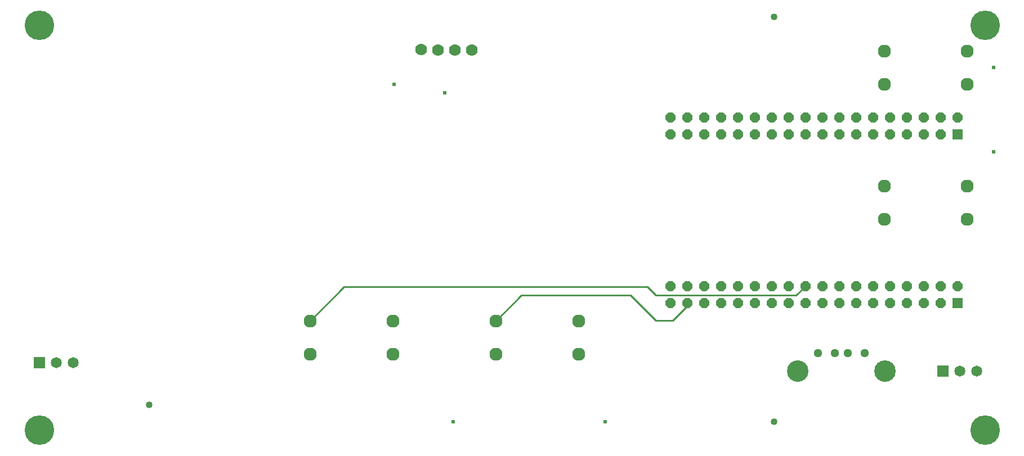
<source format=gbr>
G04 EAGLE Gerber RS-274X export*
G75*
%MOMM*%
%FSLAX34Y34*%
%LPD*%
%INBottom Copper*%
%IPPOS*%
%AMOC8*
5,1,8,0,0,1.08239X$1,22.5*%
G01*
%ADD10C,1.778000*%
%ADD11R,1.524000X1.524000*%
%ADD12P,1.649562X8X202.500000*%
%ADD13C,1.960000*%
%ADD14R,1.651000X1.651000*%
%ADD15C,1.651000*%
%ADD16C,1.280163*%
%ADD17C,3.235963*%
%ADD18C,4.445000*%
%ADD19C,1.016000*%
%ADD20C,0.609600*%
%ADD21C,0.254000*%


D10*
X612700Y611700D03*
X637540Y611000D03*
X662940Y611000D03*
X688340Y611000D03*
D11*
X1419000Y229900D03*
D12*
X1419000Y255300D03*
X1393600Y229900D03*
X1393600Y255300D03*
X1368200Y229900D03*
X1368200Y255300D03*
X1342800Y229900D03*
X1342800Y255300D03*
X1317400Y229900D03*
X1317400Y255300D03*
X1292000Y229900D03*
X1292000Y255300D03*
X1266600Y229900D03*
X1266600Y255300D03*
X1241200Y229900D03*
X1241200Y255300D03*
X1215800Y229900D03*
X1215800Y255300D03*
X1190400Y229900D03*
X1190400Y255300D03*
X1165000Y229900D03*
X1165000Y255300D03*
X1139600Y229900D03*
X1139600Y255300D03*
X1114200Y229900D03*
X1114200Y255300D03*
X1088800Y229900D03*
X1088800Y255300D03*
X1063400Y229900D03*
X1063400Y255300D03*
X1038000Y229900D03*
X1038000Y255300D03*
X1012600Y229900D03*
X1012600Y255300D03*
X987200Y229900D03*
X987200Y255300D03*
D11*
X1419000Y483900D03*
D12*
X1419000Y509300D03*
X1393600Y483900D03*
X1393600Y509300D03*
X1368200Y483900D03*
X1368200Y509300D03*
X1342800Y483900D03*
X1342800Y509300D03*
X1317400Y483900D03*
X1317400Y509300D03*
X1292000Y483900D03*
X1292000Y509300D03*
X1266600Y483900D03*
X1266600Y509300D03*
X1241200Y483900D03*
X1241200Y509300D03*
X1215800Y483900D03*
X1215800Y509300D03*
X1190400Y483900D03*
X1190400Y509300D03*
X1165000Y483900D03*
X1165000Y509300D03*
X1139600Y483900D03*
X1139600Y509300D03*
X1114200Y483900D03*
X1114200Y509300D03*
X1088800Y483900D03*
X1088800Y509300D03*
X1063400Y483900D03*
X1063400Y509300D03*
X1038000Y483900D03*
X1038000Y509300D03*
X1012600Y483900D03*
X1012600Y509300D03*
X987200Y483900D03*
X987200Y509300D03*
D13*
X849900Y202800D03*
X849900Y152800D03*
X724900Y152800D03*
X724900Y202800D03*
X570500Y202800D03*
X570500Y152800D03*
X445500Y152800D03*
X445500Y202800D03*
X1434100Y609200D03*
X1434100Y559200D03*
X1309100Y559200D03*
X1309100Y609200D03*
X1434100Y406000D03*
X1434100Y356000D03*
X1309100Y356000D03*
X1309100Y406000D03*
D14*
X1397000Y127000D03*
D15*
X1422400Y127000D03*
X1447800Y127000D03*
D14*
X38100Y139700D03*
D15*
X63500Y139700D03*
X88900Y139700D03*
D16*
X1279525Y154178D03*
X1254633Y154178D03*
X1234567Y154178D03*
X1209675Y154178D03*
D17*
X1178941Y127000D03*
X1310259Y127000D03*
D18*
X38100Y38100D03*
X1460500Y38100D03*
X38100Y647700D03*
X1460500Y647700D03*
D19*
X203200Y76200D03*
X1143000Y50800D03*
X1143000Y660400D03*
D20*
X571500Y558800D03*
X647700Y546100D03*
X660400Y50800D03*
X889000Y50800D03*
X1473200Y457200D03*
X1473200Y584200D03*
D21*
X496700Y254000D02*
X445500Y202800D01*
X496700Y254000D02*
X952500Y254000D01*
X965200Y241300D01*
X982436Y241300D01*
X982466Y241330D01*
X1176430Y241330D02*
X1190400Y255300D01*
X1176430Y241330D02*
X982466Y241330D01*
X763400Y241300D02*
X724900Y202800D01*
X927100Y241300D02*
X965200Y203200D01*
X990600Y203200D01*
X1012600Y225200D01*
X1012600Y229900D01*
X927100Y241300D02*
X763400Y241300D01*
M02*

</source>
